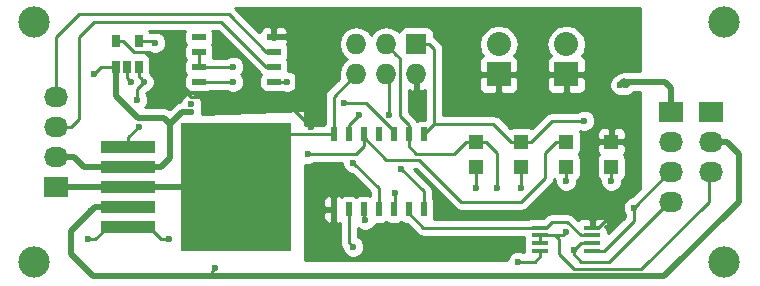
<source format=gtl>
G04 #@! TF.FileFunction,Copper,L1,Top,Signal*
%FSLAX46Y46*%
G04 Gerber Fmt 4.6, Leading zero omitted, Abs format (unit mm)*
G04 Created by KiCad (PCBNEW 4.0.1-stable) date 11/19/2016 2:54:23 PM*
%MOMM*%
G01*
G04 APERTURE LIST*
%ADD10C,0.100000*%
%ADD11R,1.143000X0.508000*%
%ADD12R,1.198880X1.198880*%
%ADD13R,2.032000X1.727200*%
%ADD14O,2.032000X1.727200*%
%ADD15R,1.727200X1.727200*%
%ADD16O,1.727200X1.727200*%
%ADD17R,2.032000X2.032000*%
%ADD18O,2.032000X2.032000*%
%ADD19R,1.450000X0.450000*%
%ADD20R,0.650000X1.060000*%
%ADD21R,0.508000X1.143000*%
%ADD22R,4.600000X1.100000*%
%ADD23R,9.400000X10.800000*%
%ADD24C,2.650000*%
%ADD25C,0.600000*%
%ADD26C,0.250000*%
%ADD27C,0.508000*%
%ADD28C,0.254000*%
G04 APERTURE END LIST*
D10*
D11*
X149225000Y-67310000D03*
X149225000Y-68580000D03*
X149225000Y-69850000D03*
X149225000Y-71120000D03*
X142875000Y-71120000D03*
X142875000Y-69850000D03*
X142875000Y-68580000D03*
X142875000Y-67310000D03*
D12*
X166370000Y-76200000D03*
X166370000Y-78298040D03*
X177800000Y-76200000D03*
X177800000Y-78298040D03*
X173990000Y-76200000D03*
X173990000Y-78298040D03*
X170180000Y-76200000D03*
X170180000Y-78298040D03*
D13*
X186207400Y-73660000D03*
D14*
X186207400Y-76200000D03*
X186207400Y-78740000D03*
D13*
X130810000Y-80010000D03*
D14*
X130810000Y-77470000D03*
X130810000Y-74930000D03*
X130810000Y-72390000D03*
D13*
X182880000Y-73660000D03*
D14*
X182880000Y-76200000D03*
X182880000Y-78740000D03*
X182880000Y-81280000D03*
D15*
X161290000Y-67945000D03*
D16*
X161290000Y-70485000D03*
X158750000Y-67945000D03*
X158750000Y-70485000D03*
X156210000Y-67945000D03*
X156210000Y-70485000D03*
D17*
X168275000Y-70485000D03*
D18*
X168275000Y-67945000D03*
D17*
X173990000Y-70485000D03*
D18*
X173990000Y-67945000D03*
D19*
X171790000Y-83480000D03*
X171790000Y-84130000D03*
X171790000Y-84780000D03*
X171790000Y-85430000D03*
X176190000Y-85430000D03*
X176190000Y-84780000D03*
X176190000Y-84130000D03*
X176190000Y-83480000D03*
D20*
X135890000Y-69850000D03*
X136840000Y-69850000D03*
X137790000Y-69850000D03*
X137790000Y-67650000D03*
X135890000Y-67650000D03*
D21*
X154305000Y-81915000D03*
X155575000Y-81915000D03*
X156845000Y-81915000D03*
X158115000Y-81915000D03*
X159385000Y-81915000D03*
X160655000Y-81915000D03*
X161925000Y-81915000D03*
X161925000Y-75565000D03*
X160655000Y-75565000D03*
X158115000Y-75565000D03*
X156845000Y-75565000D03*
X155575000Y-75565000D03*
X154305000Y-75565000D03*
X159385000Y-75565000D03*
D22*
X136900000Y-83410000D03*
X136900000Y-81710000D03*
X136900000Y-78310000D03*
D23*
X146050000Y-80010000D03*
D22*
X136900000Y-80010000D03*
X136900000Y-76610000D03*
D24*
X128905000Y-66040000D03*
X128905000Y-86360000D03*
X187325000Y-66040000D03*
X187325000Y-86360000D03*
D25*
X133985000Y-70485000D03*
X142240000Y-73025000D03*
X142240000Y-73660000D03*
X150368000Y-71120000D03*
X179070000Y-71374000D03*
X178562000Y-71374000D03*
X169926000Y-86360000D03*
X140335000Y-80010000D03*
X137160000Y-71120000D03*
X133760000Y-82042000D03*
X144272000Y-86868000D03*
X139192000Y-67818000D03*
X156972000Y-82804000D03*
X155956000Y-85090000D03*
X168148000Y-80146980D03*
X174625000Y-85370000D03*
X166370000Y-80146980D03*
X163829999Y-70485000D03*
X154432000Y-80518000D03*
X151130000Y-67310000D03*
X152400000Y-74930000D03*
X176530000Y-81915000D03*
X177800002Y-79502000D03*
X145796000Y-71120000D03*
X152146000Y-77216000D03*
X173989996Y-79502000D03*
X179705000Y-81762600D03*
X175514000Y-74422000D03*
X170180000Y-80146980D03*
X173990000Y-83820000D03*
X159004000Y-73914000D03*
X160020000Y-78486000D03*
X155956000Y-77978000D03*
X137795000Y-74930000D03*
X137668000Y-72644000D03*
X138248831Y-71132432D03*
X133469010Y-84455000D03*
X140335000Y-84455000D03*
X156464000Y-73914000D03*
X159512000Y-80518000D03*
X145796000Y-69849998D03*
X155194000Y-72898000D03*
D26*
X135890000Y-69850000D02*
X134620000Y-69850000D01*
X134620000Y-69850000D02*
X133985000Y-70485000D01*
D27*
X140454001Y-74688797D02*
X139941203Y-74175999D01*
X139941203Y-74175999D02*
X137762999Y-74175999D01*
X137762999Y-74175999D02*
X135890000Y-72303000D01*
X135890000Y-72303000D02*
X135890000Y-69850000D01*
X140454001Y-74688797D02*
X141482798Y-73660000D01*
X141482798Y-73660000D02*
X141815736Y-73660000D01*
X136900000Y-78310000D02*
X139708000Y-78310000D01*
X139708000Y-78310000D02*
X140454001Y-77563999D01*
X140454001Y-77563999D02*
X140454001Y-74688797D01*
X141815736Y-73660000D02*
X142240000Y-73660000D01*
X130810000Y-77470000D02*
X132334000Y-77470000D01*
X132334000Y-77470000D02*
X133174000Y-78310000D01*
X133174000Y-78310000D02*
X134092000Y-78310000D01*
X134092000Y-78310000D02*
X136900000Y-78310000D01*
D26*
X149225000Y-71120000D02*
X150368000Y-71120000D01*
D27*
X178861999Y-71074001D02*
X178907998Y-71120000D01*
X178907998Y-71120000D02*
X182372000Y-71120000D01*
X178562000Y-71374000D02*
X178861999Y-71074001D01*
X182880000Y-73660000D02*
X182880000Y-71628000D01*
X182880000Y-71628000D02*
X182372000Y-71120000D01*
X179324000Y-71120000D02*
X179070000Y-71374000D01*
X182372000Y-71120000D02*
X179324000Y-71120000D01*
D26*
X154305000Y-75565000D02*
X154305000Y-72390000D01*
X154305000Y-72390000D02*
X156210000Y-70485000D01*
X169926000Y-86360000D02*
X171335000Y-86360000D01*
X171335000Y-86360000D02*
X171790000Y-85905000D01*
X171790000Y-85905000D02*
X171790000Y-85430000D01*
D27*
X140335000Y-80010000D02*
X146050000Y-80010000D01*
X136900000Y-80010000D02*
X140335000Y-80010000D01*
X130810000Y-80010000D02*
X136900000Y-80010000D01*
D26*
X136840000Y-69850000D02*
X136840000Y-70800000D01*
X136840000Y-70800000D02*
X137160000Y-71120000D01*
X154305000Y-75565000D02*
X150495000Y-75565000D01*
X150495000Y-75565000D02*
X146050000Y-80010000D01*
D27*
X132080000Y-83722000D02*
X133760000Y-82042000D01*
X133760000Y-82042000D02*
X134092000Y-81710000D01*
X182300990Y-87574010D02*
X144018000Y-87574010D01*
X144018000Y-87574010D02*
X133929010Y-87574010D01*
D26*
X144272000Y-86868000D02*
X143972001Y-87167999D01*
X143972001Y-87167999D02*
X143972001Y-87528011D01*
X143972001Y-87528011D02*
X144018000Y-87574010D01*
D27*
X186055000Y-76200000D02*
X187579000Y-76200000D01*
X187579000Y-76200000D02*
X188595000Y-77216000D01*
X188595000Y-77216000D02*
X188595000Y-81280000D01*
X188595000Y-81280000D02*
X182300990Y-87574010D01*
X133929010Y-87574010D02*
X132080000Y-85725000D01*
X132080000Y-85725000D02*
X132080000Y-83722000D01*
X134092000Y-81710000D02*
X136900000Y-81710000D01*
X186055000Y-76200000D02*
X186207400Y-76200000D01*
D26*
X137790000Y-67650000D02*
X139024000Y-67650000D01*
X139024000Y-67650000D02*
X139192000Y-67818000D01*
X156912500Y-82804000D02*
X156972000Y-82804000D01*
X156845000Y-82736500D02*
X156912500Y-82804000D01*
X156845000Y-81915000D02*
X156845000Y-82736500D01*
X155956000Y-85090000D02*
X155575000Y-84709000D01*
X155575000Y-84709000D02*
X155575000Y-81915000D01*
X168148000Y-79722716D02*
X168148000Y-80146980D01*
X168148000Y-77128560D02*
X168148000Y-79722716D01*
X167219440Y-76200000D02*
X168148000Y-77128560D01*
X166370000Y-76200000D02*
X167219440Y-76200000D01*
X166370000Y-76200000D02*
X165520560Y-76200000D01*
X165520560Y-76200000D02*
X164504560Y-77216000D01*
X164504560Y-77216000D02*
X161290000Y-77216000D01*
X161290000Y-77216000D02*
X160655000Y-76581000D01*
X160655000Y-76581000D02*
X160655000Y-75565000D01*
X160655000Y-75565000D02*
X160655000Y-74743500D01*
X160655000Y-74743500D02*
X159938601Y-74027101D01*
X159938601Y-74027101D02*
X159938601Y-69133601D01*
X159938601Y-69133601D02*
X159613599Y-68808599D01*
X159613599Y-68808599D02*
X158750000Y-67945000D01*
X182727600Y-81280000D02*
X182880000Y-81280000D01*
X177647600Y-86360000D02*
X182727600Y-81280000D01*
X175260000Y-86360000D02*
X177647600Y-86360000D01*
X174625000Y-85725000D02*
X175260000Y-86360000D01*
X174625000Y-85370000D02*
X174625000Y-85725000D01*
X175215000Y-84780000D02*
X174625000Y-85370000D01*
X176190000Y-84780000D02*
X175215000Y-84780000D01*
X166370000Y-78298040D02*
X166370000Y-80146980D01*
X168275000Y-70485000D02*
X163829999Y-70485000D01*
X154305000Y-81915000D02*
X154305000Y-80645000D01*
X154305000Y-80645000D02*
X154432000Y-80518000D01*
X151130000Y-67310000D02*
X151130000Y-73660000D01*
X151130000Y-73660000D02*
X152400000Y-74930000D01*
X151130000Y-67310000D02*
X149225000Y-67310000D01*
X135890000Y-67650000D02*
X136465000Y-67650000D01*
X136465000Y-67650000D02*
X137395000Y-68580000D01*
X137395000Y-68580000D02*
X138450000Y-68580000D01*
X138450000Y-68580000D02*
X142260000Y-72390000D01*
X142260000Y-72390000D02*
X149860000Y-72390000D01*
X149860000Y-72390000D02*
X152400000Y-74930000D01*
X168275000Y-70485000D02*
X173990000Y-70485000D01*
X177800000Y-76200000D02*
X177800000Y-73029000D01*
X177800000Y-73029000D02*
X175256000Y-70485000D01*
X175256000Y-70485000D02*
X173990000Y-70485000D01*
X176690000Y-83480000D02*
X177620000Y-82550000D01*
X177620000Y-82550000D02*
X179705000Y-80465000D01*
X177165000Y-82550000D02*
X177620000Y-82550000D01*
X176530000Y-81915000D02*
X177165000Y-82550000D01*
X179705000Y-80465000D02*
X179705000Y-77255560D01*
X179705000Y-77255560D02*
X178649440Y-76200000D01*
X178649440Y-76200000D02*
X177800000Y-76200000D01*
X176190000Y-83480000D02*
X176690000Y-83480000D01*
X177800000Y-78298040D02*
X177800000Y-79501998D01*
X177800000Y-79501998D02*
X177800002Y-79502000D01*
X156845000Y-75565000D02*
X156845000Y-75819000D01*
X156845000Y-75819000D02*
X158750000Y-77724000D01*
X158750000Y-77724000D02*
X161544000Y-77724000D01*
X161544000Y-77724000D02*
X165100000Y-81280000D01*
X170180000Y-81280000D02*
X172212000Y-79248000D01*
X172212000Y-79248000D02*
X172212000Y-77128560D01*
X172212000Y-77128560D02*
X173140560Y-76200000D01*
X165100000Y-81280000D02*
X170180000Y-81280000D01*
X173140560Y-76200000D02*
X173990000Y-76200000D01*
X156845000Y-75565000D02*
X156845000Y-76581000D01*
X156845000Y-76581000D02*
X156210000Y-77216000D01*
X156210000Y-77216000D02*
X155334502Y-77216000D01*
X155334502Y-77216000D02*
X152146000Y-77216000D01*
X142875000Y-71120000D02*
X145796000Y-71120000D01*
X173990000Y-79501996D02*
X173989996Y-79502000D01*
X173990000Y-78298040D02*
X173990000Y-79501996D01*
X172807440Y-74422000D02*
X175514000Y-74422000D01*
X170180000Y-76200000D02*
X171029440Y-76200000D01*
X171029440Y-76200000D02*
X172807440Y-74422000D01*
X162814000Y-74676000D02*
X167806560Y-74676000D01*
X167806560Y-74676000D02*
X169330560Y-76200000D01*
X169330560Y-76200000D02*
X170180000Y-76200000D01*
X161925000Y-75565000D02*
X162814000Y-74676000D01*
X162814000Y-74676000D02*
X162814000Y-68355400D01*
X162814000Y-68355400D02*
X162403600Y-67945000D01*
X162403600Y-67945000D02*
X161290000Y-67945000D01*
X179705000Y-82890000D02*
X179705000Y-81762600D01*
X179705000Y-81762600D02*
X182727600Y-78740000D01*
X182727600Y-78740000D02*
X182880000Y-78740000D01*
X176190000Y-85430000D02*
X177165000Y-85430000D01*
X177165000Y-85430000D02*
X179705000Y-82890000D01*
X170180000Y-78298040D02*
X170180000Y-80146980D01*
X174625000Y-86995000D02*
X173355000Y-85725000D01*
X186055000Y-78740000D02*
X186055000Y-81280000D01*
X173355000Y-85725000D02*
X173355000Y-84455000D01*
X186055000Y-81280000D02*
X180340000Y-86995000D01*
X173355000Y-84455000D02*
X173030000Y-84130000D01*
X180340000Y-86995000D02*
X174625000Y-86995000D01*
X173030000Y-84130000D02*
X173680000Y-84130000D01*
X173680000Y-84130000D02*
X173990000Y-83820000D01*
X171790000Y-84130000D02*
X171790000Y-84780000D01*
X173030000Y-84130000D02*
X171790000Y-84130000D01*
X130810000Y-74930000D02*
X132076000Y-74930000D01*
X132076000Y-74930000D02*
X132715000Y-74291000D01*
X132715000Y-74291000D02*
X132715000Y-67310000D01*
X132715000Y-67310000D02*
X133985000Y-66040000D01*
X133985000Y-66040000D02*
X144780000Y-66040000D01*
X144780000Y-66040000D02*
X148590000Y-69850000D01*
X148590000Y-69850000D02*
X149225000Y-69850000D01*
X130810000Y-72390000D02*
X130810000Y-67310000D01*
X130810000Y-67310000D02*
X132715000Y-65405000D01*
X148590000Y-68580000D02*
X149225000Y-68580000D01*
X132715000Y-65405000D02*
X145415000Y-65405000D01*
X145415000Y-65405000D02*
X148590000Y-68580000D01*
X159004000Y-73914000D02*
X159004000Y-70739000D01*
X159004000Y-70739000D02*
X158750000Y-70485000D01*
X161925000Y-81915000D02*
X161925000Y-80391000D01*
X161925000Y-80391000D02*
X160020000Y-78486000D01*
X158115000Y-81915000D02*
X158115000Y-80137000D01*
X158115000Y-80137000D02*
X155956000Y-77978000D01*
X136900000Y-76610000D02*
X136900000Y-75810000D01*
X137780000Y-74930000D02*
X137795000Y-74930000D01*
X136900000Y-75810000D02*
X137780000Y-74930000D01*
X137668000Y-72644000D02*
X137668000Y-71713263D01*
X137668000Y-71713263D02*
X138248831Y-71132432D01*
X137948832Y-70832433D02*
X138248831Y-71132432D01*
X137790000Y-69850000D02*
X137790000Y-70673601D01*
X137790000Y-70673601D02*
X137948832Y-70832433D01*
X136900000Y-83410000D02*
X135150000Y-83410000D01*
X135150000Y-83410000D02*
X134105000Y-84455000D01*
X134105000Y-84455000D02*
X133469010Y-84455000D01*
X136900000Y-83410000D02*
X138650000Y-83410000D01*
X138650000Y-83410000D02*
X139695000Y-84455000D01*
X139695000Y-84455000D02*
X140335000Y-84455000D01*
X155575000Y-75565000D02*
X155575000Y-74803000D01*
X155575000Y-74803000D02*
X156464000Y-73914000D01*
X159512000Y-80518000D02*
X159512000Y-81788000D01*
X159512000Y-81788000D02*
X159385000Y-81915000D01*
X171790000Y-83480000D02*
X161902500Y-83480000D01*
X161902500Y-83480000D02*
X160655000Y-82232500D01*
X160655000Y-82232500D02*
X160655000Y-81915000D01*
X176190000Y-84130000D02*
X175215000Y-84130000D01*
X175215000Y-84130000D02*
X174090000Y-83005000D01*
X174090000Y-83005000D02*
X172765000Y-83005000D01*
X172765000Y-83005000D02*
X172290000Y-83480000D01*
X172290000Y-83480000D02*
X171790000Y-83480000D01*
X142875000Y-69850000D02*
X145795998Y-69850000D01*
X145795998Y-69850000D02*
X145796000Y-69849998D01*
X142875000Y-68580000D02*
X142875000Y-69850000D01*
X159385000Y-75565000D02*
X159385000Y-75247500D01*
X159385000Y-75247500D02*
X157035500Y-72898000D01*
X157035500Y-72898000D02*
X155194000Y-72898000D01*
D28*
G36*
X155020838Y-78163167D02*
X155162883Y-78506943D01*
X155425673Y-78770192D01*
X155769201Y-78912838D01*
X155816077Y-78912879D01*
X157355000Y-80451802D01*
X157355000Y-80749877D01*
X157350890Y-80747069D01*
X157099000Y-80696060D01*
X156591000Y-80696060D01*
X156355683Y-80740338D01*
X156209093Y-80834666D01*
X156080890Y-80747069D01*
X155829000Y-80696060D01*
X155321000Y-80696060D01*
X155085683Y-80740338D01*
X154944629Y-80831104D01*
X154918698Y-80805173D01*
X154685309Y-80708500D01*
X154590750Y-80708500D01*
X154432000Y-80867250D01*
X154432000Y-81788000D01*
X154452000Y-81788000D01*
X154452000Y-82042000D01*
X154432000Y-82042000D01*
X154432000Y-82962750D01*
X154590750Y-83121500D01*
X154685309Y-83121500D01*
X154815000Y-83067780D01*
X154815000Y-84709000D01*
X154872852Y-84999839D01*
X155020885Y-85221386D01*
X155020838Y-85275167D01*
X155162883Y-85618943D01*
X155425673Y-85882192D01*
X155769201Y-86024838D01*
X156141167Y-86025162D01*
X156484943Y-85883117D01*
X156748192Y-85620327D01*
X156890838Y-85276799D01*
X156891162Y-84904833D01*
X156749117Y-84561057D01*
X156486327Y-84297808D01*
X156335000Y-84234971D01*
X156335000Y-83489333D01*
X156441673Y-83596192D01*
X156785201Y-83738838D01*
X157157167Y-83739162D01*
X157500943Y-83597117D01*
X157764192Y-83334327D01*
X157848455Y-83131400D01*
X157861000Y-83133940D01*
X158369000Y-83133940D01*
X158604317Y-83089662D01*
X158750907Y-82995334D01*
X158879110Y-83082931D01*
X159131000Y-83133940D01*
X159639000Y-83133940D01*
X159874317Y-83089662D01*
X160020907Y-82995334D01*
X160149110Y-83082931D01*
X160401000Y-83133940D01*
X160481638Y-83133940D01*
X161365099Y-84017401D01*
X161611660Y-84182148D01*
X161659914Y-84191746D01*
X161902500Y-84240000D01*
X170417560Y-84240000D01*
X170417560Y-84355000D01*
X170437067Y-84458671D01*
X170417560Y-84555000D01*
X170417560Y-85005000D01*
X170437067Y-85108671D01*
X170417560Y-85205000D01*
X170417560Y-85551710D01*
X170112799Y-85425162D01*
X169740833Y-85424838D01*
X169397057Y-85566883D01*
X169133808Y-85829673D01*
X168991162Y-86173201D01*
X168991110Y-86233000D01*
X151892000Y-86233000D01*
X151892000Y-82200750D01*
X153416000Y-82200750D01*
X153416000Y-82612810D01*
X153512673Y-82846199D01*
X153691302Y-83024827D01*
X153924691Y-83121500D01*
X154019250Y-83121500D01*
X154178000Y-82962750D01*
X154178000Y-82042000D01*
X153574750Y-82042000D01*
X153416000Y-82200750D01*
X151892000Y-82200750D01*
X151892000Y-81217190D01*
X153416000Y-81217190D01*
X153416000Y-81629250D01*
X153574750Y-81788000D01*
X154178000Y-81788000D01*
X154178000Y-80867250D01*
X154019250Y-80708500D01*
X153924691Y-80708500D01*
X153691302Y-80805173D01*
X153512673Y-80983801D01*
X153416000Y-81217190D01*
X151892000Y-81217190D01*
X151892000Y-78122934D01*
X151959201Y-78150838D01*
X152331167Y-78151162D01*
X152674943Y-78009117D01*
X152708118Y-77976000D01*
X155021001Y-77976000D01*
X155020838Y-78163167D01*
X155020838Y-78163167D01*
G37*
X155020838Y-78163167D02*
X155162883Y-78506943D01*
X155425673Y-78770192D01*
X155769201Y-78912838D01*
X155816077Y-78912879D01*
X157355000Y-80451802D01*
X157355000Y-80749877D01*
X157350890Y-80747069D01*
X157099000Y-80696060D01*
X156591000Y-80696060D01*
X156355683Y-80740338D01*
X156209093Y-80834666D01*
X156080890Y-80747069D01*
X155829000Y-80696060D01*
X155321000Y-80696060D01*
X155085683Y-80740338D01*
X154944629Y-80831104D01*
X154918698Y-80805173D01*
X154685309Y-80708500D01*
X154590750Y-80708500D01*
X154432000Y-80867250D01*
X154432000Y-81788000D01*
X154452000Y-81788000D01*
X154452000Y-82042000D01*
X154432000Y-82042000D01*
X154432000Y-82962750D01*
X154590750Y-83121500D01*
X154685309Y-83121500D01*
X154815000Y-83067780D01*
X154815000Y-84709000D01*
X154872852Y-84999839D01*
X155020885Y-85221386D01*
X155020838Y-85275167D01*
X155162883Y-85618943D01*
X155425673Y-85882192D01*
X155769201Y-86024838D01*
X156141167Y-86025162D01*
X156484943Y-85883117D01*
X156748192Y-85620327D01*
X156890838Y-85276799D01*
X156891162Y-84904833D01*
X156749117Y-84561057D01*
X156486327Y-84297808D01*
X156335000Y-84234971D01*
X156335000Y-83489333D01*
X156441673Y-83596192D01*
X156785201Y-83738838D01*
X157157167Y-83739162D01*
X157500943Y-83597117D01*
X157764192Y-83334327D01*
X157848455Y-83131400D01*
X157861000Y-83133940D01*
X158369000Y-83133940D01*
X158604317Y-83089662D01*
X158750907Y-82995334D01*
X158879110Y-83082931D01*
X159131000Y-83133940D01*
X159639000Y-83133940D01*
X159874317Y-83089662D01*
X160020907Y-82995334D01*
X160149110Y-83082931D01*
X160401000Y-83133940D01*
X160481638Y-83133940D01*
X161365099Y-84017401D01*
X161611660Y-84182148D01*
X161659914Y-84191746D01*
X161902500Y-84240000D01*
X170417560Y-84240000D01*
X170417560Y-84355000D01*
X170437067Y-84458671D01*
X170417560Y-84555000D01*
X170417560Y-85005000D01*
X170437067Y-85108671D01*
X170417560Y-85205000D01*
X170417560Y-85551710D01*
X170112799Y-85425162D01*
X169740833Y-85424838D01*
X169397057Y-85566883D01*
X169133808Y-85829673D01*
X168991162Y-86173201D01*
X168991110Y-86233000D01*
X151892000Y-86233000D01*
X151892000Y-82200750D01*
X153416000Y-82200750D01*
X153416000Y-82612810D01*
X153512673Y-82846199D01*
X153691302Y-83024827D01*
X153924691Y-83121500D01*
X154019250Y-83121500D01*
X154178000Y-82962750D01*
X154178000Y-82042000D01*
X153574750Y-82042000D01*
X153416000Y-82200750D01*
X151892000Y-82200750D01*
X151892000Y-81217190D01*
X153416000Y-81217190D01*
X153416000Y-81629250D01*
X153574750Y-81788000D01*
X154178000Y-81788000D01*
X154178000Y-80867250D01*
X154019250Y-80708500D01*
X153924691Y-80708500D01*
X153691302Y-80805173D01*
X153512673Y-80983801D01*
X153416000Y-81217190D01*
X151892000Y-81217190D01*
X151892000Y-78122934D01*
X151959201Y-78150838D01*
X152331167Y-78151162D01*
X152674943Y-78009117D01*
X152708118Y-77976000D01*
X155021001Y-77976000D01*
X155020838Y-78163167D01*
G36*
X180213000Y-70231000D02*
X179093256Y-70231000D01*
X178861999Y-70185001D01*
X178521794Y-70252671D01*
X178233381Y-70445383D01*
X178143526Y-70535238D01*
X178033057Y-70580883D01*
X177769808Y-70843673D01*
X177627162Y-71187201D01*
X177626838Y-71559167D01*
X177768883Y-71902943D01*
X178031673Y-72166192D01*
X178375201Y-72308838D01*
X178747167Y-72309162D01*
X178815743Y-72280827D01*
X178883201Y-72308838D01*
X179255167Y-72309162D01*
X179598943Y-72167117D01*
X179757336Y-72009000D01*
X180213000Y-72009000D01*
X180213000Y-80179798D01*
X179565320Y-80827478D01*
X179519833Y-80827438D01*
X179176057Y-80969483D01*
X178912808Y-81232273D01*
X178770162Y-81575801D01*
X178769838Y-81947767D01*
X178911883Y-82291543D01*
X178945000Y-82324718D01*
X178945000Y-82575198D01*
X177562440Y-83957758D01*
X177562440Y-83905000D01*
X177549020Y-83833677D01*
X177550000Y-83831310D01*
X177550000Y-83751250D01*
X177529688Y-83730938D01*
X177518162Y-83669683D01*
X177379090Y-83453559D01*
X177253138Y-83367500D01*
X177391250Y-83367500D01*
X177550000Y-83208750D01*
X177550000Y-83128690D01*
X177453327Y-82895301D01*
X177274698Y-82716673D01*
X177041309Y-82620000D01*
X176475750Y-82620000D01*
X176317000Y-82778750D01*
X176317000Y-83257560D01*
X176063000Y-83257560D01*
X176063000Y-82778750D01*
X175904250Y-82620000D01*
X175338691Y-82620000D01*
X175105302Y-82716673D01*
X174990888Y-82831086D01*
X174627401Y-82467599D01*
X174380839Y-82302852D01*
X174090000Y-82245000D01*
X172765000Y-82245000D01*
X172531015Y-82291543D01*
X172474160Y-82302852D01*
X172227599Y-82467599D01*
X172087638Y-82607560D01*
X171065000Y-82607560D01*
X170829683Y-82651838D01*
X170723756Y-82720000D01*
X162779155Y-82720000D01*
X162826440Y-82486500D01*
X162826440Y-81343500D01*
X162782162Y-81108183D01*
X162685000Y-80957189D01*
X162685000Y-80391000D01*
X162627148Y-80100161D01*
X162462401Y-79853599D01*
X161092802Y-78484000D01*
X161229198Y-78484000D01*
X164562599Y-81817401D01*
X164809160Y-81982148D01*
X164857414Y-81991746D01*
X165100000Y-82040000D01*
X170180000Y-82040000D01*
X170470839Y-81982148D01*
X170717401Y-81817401D01*
X172749401Y-79785401D01*
X172914148Y-79538839D01*
X172948880Y-79364233D01*
X173055052Y-79436777D01*
X173054834Y-79687167D01*
X173196879Y-80030943D01*
X173459669Y-80294192D01*
X173803197Y-80436838D01*
X174175163Y-80437162D01*
X174518939Y-80295117D01*
X174782188Y-80032327D01*
X174924834Y-79688799D01*
X174925054Y-79436103D01*
X175040881Y-79361570D01*
X175185871Y-79149370D01*
X175236880Y-78897480D01*
X175236880Y-77698600D01*
X176553120Y-77698600D01*
X176553120Y-78897480D01*
X176597398Y-79132797D01*
X176736470Y-79348921D01*
X176865058Y-79436781D01*
X176864840Y-79687167D01*
X177006885Y-80030943D01*
X177269675Y-80294192D01*
X177613203Y-80436838D01*
X177985169Y-80437162D01*
X178328945Y-80295117D01*
X178592194Y-80032327D01*
X178734840Y-79688799D01*
X178735060Y-79436099D01*
X178850881Y-79361570D01*
X178995871Y-79149370D01*
X179046880Y-78897480D01*
X179046880Y-77698600D01*
X179002602Y-77463283D01*
X178863530Y-77247159D01*
X178855341Y-77241564D01*
X178937767Y-77159138D01*
X179034440Y-76925749D01*
X179034440Y-76485750D01*
X178875690Y-76327000D01*
X177927000Y-76327000D01*
X177927000Y-76347000D01*
X177673000Y-76347000D01*
X177673000Y-76327000D01*
X176724310Y-76327000D01*
X176565560Y-76485750D01*
X176565560Y-76925749D01*
X176662233Y-77159138D01*
X176744445Y-77241351D01*
X176604129Y-77446710D01*
X176553120Y-77698600D01*
X175236880Y-77698600D01*
X175192602Y-77463283D01*
X175053530Y-77247159D01*
X175052533Y-77246477D01*
X175185871Y-77051330D01*
X175236880Y-76799440D01*
X175236880Y-75600560D01*
X175213114Y-75474251D01*
X176565560Y-75474251D01*
X176565560Y-75914250D01*
X176724310Y-76073000D01*
X177673000Y-76073000D01*
X177673000Y-75124310D01*
X177927000Y-75124310D01*
X177927000Y-76073000D01*
X178875690Y-76073000D01*
X179034440Y-75914250D01*
X179034440Y-75474251D01*
X178937767Y-75240862D01*
X178759139Y-75062233D01*
X178525750Y-74965560D01*
X178085750Y-74965560D01*
X177927000Y-75124310D01*
X177673000Y-75124310D01*
X177514250Y-74965560D01*
X177074250Y-74965560D01*
X176840861Y-75062233D01*
X176662233Y-75240862D01*
X176565560Y-75474251D01*
X175213114Y-75474251D01*
X175192602Y-75365243D01*
X175136143Y-75277503D01*
X175327201Y-75356838D01*
X175699167Y-75357162D01*
X176042943Y-75215117D01*
X176306192Y-74952327D01*
X176448838Y-74608799D01*
X176449162Y-74236833D01*
X176307117Y-73893057D01*
X176044327Y-73629808D01*
X175700799Y-73487162D01*
X175328833Y-73486838D01*
X174985057Y-73628883D01*
X174951882Y-73662000D01*
X172807440Y-73662000D01*
X172516601Y-73719852D01*
X172270039Y-73884599D01*
X171102132Y-75052506D01*
X171031330Y-75004129D01*
X170779440Y-74953120D01*
X169580560Y-74953120D01*
X169345243Y-74997398D01*
X169258547Y-75053185D01*
X168343961Y-74138599D01*
X168097399Y-73973852D01*
X167806560Y-73916000D01*
X163574000Y-73916000D01*
X163574000Y-70770750D01*
X166624000Y-70770750D01*
X166624000Y-71627310D01*
X166720673Y-71860699D01*
X166899302Y-72039327D01*
X167132691Y-72136000D01*
X167989250Y-72136000D01*
X168148000Y-71977250D01*
X168148000Y-70612000D01*
X168402000Y-70612000D01*
X168402000Y-71977250D01*
X168560750Y-72136000D01*
X169417309Y-72136000D01*
X169650698Y-72039327D01*
X169829327Y-71860699D01*
X169926000Y-71627310D01*
X169926000Y-70770750D01*
X172339000Y-70770750D01*
X172339000Y-71627310D01*
X172435673Y-71860699D01*
X172614302Y-72039327D01*
X172847691Y-72136000D01*
X173704250Y-72136000D01*
X173863000Y-71977250D01*
X173863000Y-70612000D01*
X174117000Y-70612000D01*
X174117000Y-71977250D01*
X174275750Y-72136000D01*
X175132309Y-72136000D01*
X175365698Y-72039327D01*
X175544327Y-71860699D01*
X175641000Y-71627310D01*
X175641000Y-70770750D01*
X175482250Y-70612000D01*
X174117000Y-70612000D01*
X173863000Y-70612000D01*
X172497750Y-70612000D01*
X172339000Y-70770750D01*
X169926000Y-70770750D01*
X169767250Y-70612000D01*
X168402000Y-70612000D01*
X168148000Y-70612000D01*
X166782750Y-70612000D01*
X166624000Y-70770750D01*
X163574000Y-70770750D01*
X163574000Y-68355400D01*
X163540583Y-68187401D01*
X163516148Y-68064560D01*
X163436261Y-67945000D01*
X166591655Y-67945000D01*
X166717330Y-68576810D01*
X166941966Y-68913001D01*
X166899302Y-68930673D01*
X166720673Y-69109301D01*
X166624000Y-69342690D01*
X166624000Y-70199250D01*
X166782750Y-70358000D01*
X168148000Y-70358000D01*
X168148000Y-70338000D01*
X168402000Y-70338000D01*
X168402000Y-70358000D01*
X169767250Y-70358000D01*
X169926000Y-70199250D01*
X169926000Y-69342690D01*
X169829327Y-69109301D01*
X169650698Y-68930673D01*
X169608034Y-68913001D01*
X169832670Y-68576810D01*
X169958345Y-67945000D01*
X172306655Y-67945000D01*
X172432330Y-68576810D01*
X172656966Y-68913001D01*
X172614302Y-68930673D01*
X172435673Y-69109301D01*
X172339000Y-69342690D01*
X172339000Y-70199250D01*
X172497750Y-70358000D01*
X173863000Y-70358000D01*
X173863000Y-70338000D01*
X174117000Y-70338000D01*
X174117000Y-70358000D01*
X175482250Y-70358000D01*
X175641000Y-70199250D01*
X175641000Y-69342690D01*
X175544327Y-69109301D01*
X175365698Y-68930673D01*
X175323034Y-68913001D01*
X175547670Y-68576810D01*
X175673345Y-67945000D01*
X175547670Y-67313190D01*
X175189778Y-66777567D01*
X174654155Y-66419675D01*
X174022345Y-66294000D01*
X173957655Y-66294000D01*
X173325845Y-66419675D01*
X172790222Y-66777567D01*
X172432330Y-67313190D01*
X172306655Y-67945000D01*
X169958345Y-67945000D01*
X169832670Y-67313190D01*
X169474778Y-66777567D01*
X168939155Y-66419675D01*
X168307345Y-66294000D01*
X168242655Y-66294000D01*
X167610845Y-66419675D01*
X167075222Y-66777567D01*
X166717330Y-67313190D01*
X166591655Y-67945000D01*
X163436261Y-67945000D01*
X163351401Y-67817999D01*
X162941001Y-67407599D01*
X162801040Y-67314080D01*
X162801040Y-67081400D01*
X162756762Y-66846083D01*
X162617690Y-66629959D01*
X162405490Y-66484969D01*
X162153600Y-66433960D01*
X160426400Y-66433960D01*
X160191083Y-66478238D01*
X159974959Y-66617310D01*
X159829969Y-66829510D01*
X159821136Y-66873131D01*
X159809670Y-66855971D01*
X159323489Y-66531115D01*
X158750000Y-66417041D01*
X158176511Y-66531115D01*
X157690330Y-66855971D01*
X157480000Y-67170752D01*
X157269670Y-66855971D01*
X156783489Y-66531115D01*
X156210000Y-66417041D01*
X155636511Y-66531115D01*
X155150330Y-66855971D01*
X154825474Y-67342152D01*
X154711400Y-67915641D01*
X154711400Y-67974359D01*
X154825474Y-68547848D01*
X155150330Y-69034029D01*
X155421172Y-69215000D01*
X155150330Y-69395971D01*
X154825474Y-69882152D01*
X154711400Y-70455641D01*
X154711400Y-70514359D01*
X154776842Y-70843356D01*
X153767599Y-71852599D01*
X153602852Y-72099161D01*
X153545000Y-72390000D01*
X153545000Y-74609260D01*
X153454569Y-74741610D01*
X153441732Y-74805000D01*
X151892000Y-74805000D01*
X151892000Y-73660000D01*
X151881994Y-73610590D01*
X151853553Y-73568965D01*
X151811159Y-73541685D01*
X151760119Y-73533094D01*
X143167876Y-73863565D01*
X143174838Y-73846799D01*
X143175162Y-73474833D01*
X143120524Y-73342600D01*
X143174838Y-73211799D01*
X143175162Y-72839833D01*
X143033117Y-72496057D01*
X142770327Y-72232808D01*
X142426799Y-72090162D01*
X142054833Y-72089838D01*
X141711057Y-72231883D01*
X141447808Y-72494673D01*
X141319586Y-72803464D01*
X141142593Y-72838670D01*
X140854180Y-73031382D01*
X140430963Y-73454599D01*
X140391644Y-73428327D01*
X140281409Y-73354670D01*
X139941203Y-73286999D01*
X138347323Y-73286999D01*
X138460192Y-73174327D01*
X138602838Y-72830799D01*
X138603162Y-72458833D01*
X138461117Y-72115057D01*
X138428000Y-72081882D01*
X138428000Y-72067589D01*
X138433998Y-72067594D01*
X138777774Y-71925549D01*
X139041023Y-71662759D01*
X139183669Y-71319231D01*
X139183993Y-70947265D01*
X139041948Y-70603489D01*
X138779158Y-70340240D01*
X138762440Y-70333298D01*
X138762440Y-69320000D01*
X138718162Y-69084683D01*
X138579090Y-68868559D01*
X138403768Y-68748767D01*
X138566441Y-68644090D01*
X138618888Y-68567332D01*
X138661673Y-68610192D01*
X139005201Y-68752838D01*
X139377167Y-68753162D01*
X139720943Y-68611117D01*
X139984192Y-68348327D01*
X140126838Y-68004799D01*
X140127162Y-67632833D01*
X139985117Y-67289057D01*
X139722327Y-67025808D01*
X139378799Y-66883162D01*
X139006833Y-66882838D01*
X138989500Y-66890000D01*
X138719162Y-66890000D01*
X138718162Y-66884683D01*
X138663670Y-66800000D01*
X141709877Y-66800000D01*
X141707069Y-66804110D01*
X141656060Y-67056000D01*
X141656060Y-67564000D01*
X141700338Y-67799317D01*
X141794666Y-67945907D01*
X141707069Y-68074110D01*
X141656060Y-68326000D01*
X141656060Y-68834000D01*
X141700338Y-69069317D01*
X141794666Y-69215907D01*
X141707069Y-69344110D01*
X141656060Y-69596000D01*
X141656060Y-70104000D01*
X141700338Y-70339317D01*
X141794666Y-70485907D01*
X141707069Y-70614110D01*
X141656060Y-70866000D01*
X141656060Y-71374000D01*
X141700338Y-71609317D01*
X141839410Y-71825441D01*
X142051610Y-71970431D01*
X142303500Y-72021440D01*
X143446500Y-72021440D01*
X143681817Y-71977162D01*
X143832811Y-71880000D01*
X145233537Y-71880000D01*
X145265673Y-71912192D01*
X145609201Y-72054838D01*
X145981167Y-72055162D01*
X146324943Y-71913117D01*
X146588192Y-71650327D01*
X146730838Y-71306799D01*
X146731162Y-70934833D01*
X146589117Y-70591057D01*
X146483289Y-70485045D01*
X146588192Y-70380325D01*
X146730838Y-70036797D01*
X146731162Y-69664831D01*
X146589117Y-69321055D01*
X146326327Y-69057806D01*
X145982799Y-68915160D01*
X145610833Y-68914836D01*
X145267057Y-69056881D01*
X145233880Y-69090000D01*
X144040123Y-69090000D01*
X144042931Y-69085890D01*
X144093940Y-68834000D01*
X144093940Y-68326000D01*
X144049662Y-68090683D01*
X143955334Y-67944093D01*
X144042931Y-67815890D01*
X144093940Y-67564000D01*
X144093940Y-67056000D01*
X144049662Y-66820683D01*
X144036353Y-66800000D01*
X144465198Y-66800000D01*
X148052599Y-70387401D01*
X148102912Y-70421019D01*
X148144666Y-70485907D01*
X148057069Y-70614110D01*
X148006060Y-70866000D01*
X148006060Y-71374000D01*
X148050338Y-71609317D01*
X148189410Y-71825441D01*
X148401610Y-71970431D01*
X148653500Y-72021440D01*
X149796500Y-72021440D01*
X150005887Y-71982041D01*
X150181201Y-72054838D01*
X150553167Y-72055162D01*
X150896943Y-71913117D01*
X151160192Y-71650327D01*
X151302838Y-71306799D01*
X151303162Y-70934833D01*
X151161117Y-70591057D01*
X150898327Y-70327808D01*
X150554799Y-70185162D01*
X150427527Y-70185051D01*
X150443940Y-70104000D01*
X150443940Y-69596000D01*
X150399662Y-69360683D01*
X150305334Y-69214093D01*
X150392931Y-69085890D01*
X150443940Y-68834000D01*
X150443940Y-68326000D01*
X150399662Y-68090683D01*
X150308896Y-67949629D01*
X150334827Y-67923698D01*
X150431500Y-67690309D01*
X150431500Y-67595750D01*
X150272750Y-67437000D01*
X149352000Y-67437000D01*
X149352000Y-67457000D01*
X149098000Y-67457000D01*
X149098000Y-67437000D01*
X149078000Y-67437000D01*
X149078000Y-67183000D01*
X149098000Y-67183000D01*
X149098000Y-66579750D01*
X149352000Y-66579750D01*
X149352000Y-67183000D01*
X150272750Y-67183000D01*
X150431500Y-67024250D01*
X150431500Y-66929691D01*
X150334827Y-66696302D01*
X150156199Y-66517673D01*
X149922810Y-66421000D01*
X149510750Y-66421000D01*
X149352000Y-66579750D01*
X149098000Y-66579750D01*
X148939250Y-66421000D01*
X148527190Y-66421000D01*
X148293801Y-66517673D01*
X148115173Y-66696302D01*
X148018500Y-66929691D01*
X148018500Y-66933698D01*
X145981802Y-64897000D01*
X180213000Y-64897000D01*
X180213000Y-70231000D01*
X180213000Y-70231000D01*
G37*
X180213000Y-70231000D02*
X179093256Y-70231000D01*
X178861999Y-70185001D01*
X178521794Y-70252671D01*
X178233381Y-70445383D01*
X178143526Y-70535238D01*
X178033057Y-70580883D01*
X177769808Y-70843673D01*
X177627162Y-71187201D01*
X177626838Y-71559167D01*
X177768883Y-71902943D01*
X178031673Y-72166192D01*
X178375201Y-72308838D01*
X178747167Y-72309162D01*
X178815743Y-72280827D01*
X178883201Y-72308838D01*
X179255167Y-72309162D01*
X179598943Y-72167117D01*
X179757336Y-72009000D01*
X180213000Y-72009000D01*
X180213000Y-80179798D01*
X179565320Y-80827478D01*
X179519833Y-80827438D01*
X179176057Y-80969483D01*
X178912808Y-81232273D01*
X178770162Y-81575801D01*
X178769838Y-81947767D01*
X178911883Y-82291543D01*
X178945000Y-82324718D01*
X178945000Y-82575198D01*
X177562440Y-83957758D01*
X177562440Y-83905000D01*
X177549020Y-83833677D01*
X177550000Y-83831310D01*
X177550000Y-83751250D01*
X177529688Y-83730938D01*
X177518162Y-83669683D01*
X177379090Y-83453559D01*
X177253138Y-83367500D01*
X177391250Y-83367500D01*
X177550000Y-83208750D01*
X177550000Y-83128690D01*
X177453327Y-82895301D01*
X177274698Y-82716673D01*
X177041309Y-82620000D01*
X176475750Y-82620000D01*
X176317000Y-82778750D01*
X176317000Y-83257560D01*
X176063000Y-83257560D01*
X176063000Y-82778750D01*
X175904250Y-82620000D01*
X175338691Y-82620000D01*
X175105302Y-82716673D01*
X174990888Y-82831086D01*
X174627401Y-82467599D01*
X174380839Y-82302852D01*
X174090000Y-82245000D01*
X172765000Y-82245000D01*
X172531015Y-82291543D01*
X172474160Y-82302852D01*
X172227599Y-82467599D01*
X172087638Y-82607560D01*
X171065000Y-82607560D01*
X170829683Y-82651838D01*
X170723756Y-82720000D01*
X162779155Y-82720000D01*
X162826440Y-82486500D01*
X162826440Y-81343500D01*
X162782162Y-81108183D01*
X162685000Y-80957189D01*
X162685000Y-80391000D01*
X162627148Y-80100161D01*
X162462401Y-79853599D01*
X161092802Y-78484000D01*
X161229198Y-78484000D01*
X164562599Y-81817401D01*
X164809160Y-81982148D01*
X164857414Y-81991746D01*
X165100000Y-82040000D01*
X170180000Y-82040000D01*
X170470839Y-81982148D01*
X170717401Y-81817401D01*
X172749401Y-79785401D01*
X172914148Y-79538839D01*
X172948880Y-79364233D01*
X173055052Y-79436777D01*
X173054834Y-79687167D01*
X173196879Y-80030943D01*
X173459669Y-80294192D01*
X173803197Y-80436838D01*
X174175163Y-80437162D01*
X174518939Y-80295117D01*
X174782188Y-80032327D01*
X174924834Y-79688799D01*
X174925054Y-79436103D01*
X175040881Y-79361570D01*
X175185871Y-79149370D01*
X175236880Y-78897480D01*
X175236880Y-77698600D01*
X176553120Y-77698600D01*
X176553120Y-78897480D01*
X176597398Y-79132797D01*
X176736470Y-79348921D01*
X176865058Y-79436781D01*
X176864840Y-79687167D01*
X177006885Y-80030943D01*
X177269675Y-80294192D01*
X177613203Y-80436838D01*
X177985169Y-80437162D01*
X178328945Y-80295117D01*
X178592194Y-80032327D01*
X178734840Y-79688799D01*
X178735060Y-79436099D01*
X178850881Y-79361570D01*
X178995871Y-79149370D01*
X179046880Y-78897480D01*
X179046880Y-77698600D01*
X179002602Y-77463283D01*
X178863530Y-77247159D01*
X178855341Y-77241564D01*
X178937767Y-77159138D01*
X179034440Y-76925749D01*
X179034440Y-76485750D01*
X178875690Y-76327000D01*
X177927000Y-76327000D01*
X177927000Y-76347000D01*
X177673000Y-76347000D01*
X177673000Y-76327000D01*
X176724310Y-76327000D01*
X176565560Y-76485750D01*
X176565560Y-76925749D01*
X176662233Y-77159138D01*
X176744445Y-77241351D01*
X176604129Y-77446710D01*
X176553120Y-77698600D01*
X175236880Y-77698600D01*
X175192602Y-77463283D01*
X175053530Y-77247159D01*
X175052533Y-77246477D01*
X175185871Y-77051330D01*
X175236880Y-76799440D01*
X175236880Y-75600560D01*
X175213114Y-75474251D01*
X176565560Y-75474251D01*
X176565560Y-75914250D01*
X176724310Y-76073000D01*
X177673000Y-76073000D01*
X177673000Y-75124310D01*
X177927000Y-75124310D01*
X177927000Y-76073000D01*
X178875690Y-76073000D01*
X179034440Y-75914250D01*
X179034440Y-75474251D01*
X178937767Y-75240862D01*
X178759139Y-75062233D01*
X178525750Y-74965560D01*
X178085750Y-74965560D01*
X177927000Y-75124310D01*
X177673000Y-75124310D01*
X177514250Y-74965560D01*
X177074250Y-74965560D01*
X176840861Y-75062233D01*
X176662233Y-75240862D01*
X176565560Y-75474251D01*
X175213114Y-75474251D01*
X175192602Y-75365243D01*
X175136143Y-75277503D01*
X175327201Y-75356838D01*
X175699167Y-75357162D01*
X176042943Y-75215117D01*
X176306192Y-74952327D01*
X176448838Y-74608799D01*
X176449162Y-74236833D01*
X176307117Y-73893057D01*
X176044327Y-73629808D01*
X175700799Y-73487162D01*
X175328833Y-73486838D01*
X174985057Y-73628883D01*
X174951882Y-73662000D01*
X172807440Y-73662000D01*
X172516601Y-73719852D01*
X172270039Y-73884599D01*
X171102132Y-75052506D01*
X171031330Y-75004129D01*
X170779440Y-74953120D01*
X169580560Y-74953120D01*
X169345243Y-74997398D01*
X169258547Y-75053185D01*
X168343961Y-74138599D01*
X168097399Y-73973852D01*
X167806560Y-73916000D01*
X163574000Y-73916000D01*
X163574000Y-70770750D01*
X166624000Y-70770750D01*
X166624000Y-71627310D01*
X166720673Y-71860699D01*
X166899302Y-72039327D01*
X167132691Y-72136000D01*
X167989250Y-72136000D01*
X168148000Y-71977250D01*
X168148000Y-70612000D01*
X168402000Y-70612000D01*
X168402000Y-71977250D01*
X168560750Y-72136000D01*
X169417309Y-72136000D01*
X169650698Y-72039327D01*
X169829327Y-71860699D01*
X169926000Y-71627310D01*
X169926000Y-70770750D01*
X172339000Y-70770750D01*
X172339000Y-71627310D01*
X172435673Y-71860699D01*
X172614302Y-72039327D01*
X172847691Y-72136000D01*
X173704250Y-72136000D01*
X173863000Y-71977250D01*
X173863000Y-70612000D01*
X174117000Y-70612000D01*
X174117000Y-71977250D01*
X174275750Y-72136000D01*
X175132309Y-72136000D01*
X175365698Y-72039327D01*
X175544327Y-71860699D01*
X175641000Y-71627310D01*
X175641000Y-70770750D01*
X175482250Y-70612000D01*
X174117000Y-70612000D01*
X173863000Y-70612000D01*
X172497750Y-70612000D01*
X172339000Y-70770750D01*
X169926000Y-70770750D01*
X169767250Y-70612000D01*
X168402000Y-70612000D01*
X168148000Y-70612000D01*
X166782750Y-70612000D01*
X166624000Y-70770750D01*
X163574000Y-70770750D01*
X163574000Y-68355400D01*
X163540583Y-68187401D01*
X163516148Y-68064560D01*
X163436261Y-67945000D01*
X166591655Y-67945000D01*
X166717330Y-68576810D01*
X166941966Y-68913001D01*
X166899302Y-68930673D01*
X166720673Y-69109301D01*
X166624000Y-69342690D01*
X166624000Y-70199250D01*
X166782750Y-70358000D01*
X168148000Y-70358000D01*
X168148000Y-70338000D01*
X168402000Y-70338000D01*
X168402000Y-70358000D01*
X169767250Y-70358000D01*
X169926000Y-70199250D01*
X169926000Y-69342690D01*
X169829327Y-69109301D01*
X169650698Y-68930673D01*
X169608034Y-68913001D01*
X169832670Y-68576810D01*
X169958345Y-67945000D01*
X172306655Y-67945000D01*
X172432330Y-68576810D01*
X172656966Y-68913001D01*
X172614302Y-68930673D01*
X172435673Y-69109301D01*
X172339000Y-69342690D01*
X172339000Y-70199250D01*
X172497750Y-70358000D01*
X173863000Y-70358000D01*
X173863000Y-70338000D01*
X174117000Y-70338000D01*
X174117000Y-70358000D01*
X175482250Y-70358000D01*
X175641000Y-70199250D01*
X175641000Y-69342690D01*
X175544327Y-69109301D01*
X175365698Y-68930673D01*
X175323034Y-68913001D01*
X175547670Y-68576810D01*
X175673345Y-67945000D01*
X175547670Y-67313190D01*
X175189778Y-66777567D01*
X174654155Y-66419675D01*
X174022345Y-66294000D01*
X173957655Y-66294000D01*
X173325845Y-66419675D01*
X172790222Y-66777567D01*
X172432330Y-67313190D01*
X172306655Y-67945000D01*
X169958345Y-67945000D01*
X169832670Y-67313190D01*
X169474778Y-66777567D01*
X168939155Y-66419675D01*
X168307345Y-66294000D01*
X168242655Y-66294000D01*
X167610845Y-66419675D01*
X167075222Y-66777567D01*
X166717330Y-67313190D01*
X166591655Y-67945000D01*
X163436261Y-67945000D01*
X163351401Y-67817999D01*
X162941001Y-67407599D01*
X162801040Y-67314080D01*
X162801040Y-67081400D01*
X162756762Y-66846083D01*
X162617690Y-66629959D01*
X162405490Y-66484969D01*
X162153600Y-66433960D01*
X160426400Y-66433960D01*
X160191083Y-66478238D01*
X159974959Y-66617310D01*
X159829969Y-66829510D01*
X159821136Y-66873131D01*
X159809670Y-66855971D01*
X159323489Y-66531115D01*
X158750000Y-66417041D01*
X158176511Y-66531115D01*
X157690330Y-66855971D01*
X157480000Y-67170752D01*
X157269670Y-66855971D01*
X156783489Y-66531115D01*
X156210000Y-66417041D01*
X155636511Y-66531115D01*
X155150330Y-66855971D01*
X154825474Y-67342152D01*
X154711400Y-67915641D01*
X154711400Y-67974359D01*
X154825474Y-68547848D01*
X155150330Y-69034029D01*
X155421172Y-69215000D01*
X155150330Y-69395971D01*
X154825474Y-69882152D01*
X154711400Y-70455641D01*
X154711400Y-70514359D01*
X154776842Y-70843356D01*
X153767599Y-71852599D01*
X153602852Y-72099161D01*
X153545000Y-72390000D01*
X153545000Y-74609260D01*
X153454569Y-74741610D01*
X153441732Y-74805000D01*
X151892000Y-74805000D01*
X151892000Y-73660000D01*
X151881994Y-73610590D01*
X151853553Y-73568965D01*
X151811159Y-73541685D01*
X151760119Y-73533094D01*
X143167876Y-73863565D01*
X143174838Y-73846799D01*
X143175162Y-73474833D01*
X143120524Y-73342600D01*
X143174838Y-73211799D01*
X143175162Y-72839833D01*
X143033117Y-72496057D01*
X142770327Y-72232808D01*
X142426799Y-72090162D01*
X142054833Y-72089838D01*
X141711057Y-72231883D01*
X141447808Y-72494673D01*
X141319586Y-72803464D01*
X141142593Y-72838670D01*
X140854180Y-73031382D01*
X140430963Y-73454599D01*
X140391644Y-73428327D01*
X140281409Y-73354670D01*
X139941203Y-73286999D01*
X138347323Y-73286999D01*
X138460192Y-73174327D01*
X138602838Y-72830799D01*
X138603162Y-72458833D01*
X138461117Y-72115057D01*
X138428000Y-72081882D01*
X138428000Y-72067589D01*
X138433998Y-72067594D01*
X138777774Y-71925549D01*
X139041023Y-71662759D01*
X139183669Y-71319231D01*
X139183993Y-70947265D01*
X139041948Y-70603489D01*
X138779158Y-70340240D01*
X138762440Y-70333298D01*
X138762440Y-69320000D01*
X138718162Y-69084683D01*
X138579090Y-68868559D01*
X138403768Y-68748767D01*
X138566441Y-68644090D01*
X138618888Y-68567332D01*
X138661673Y-68610192D01*
X139005201Y-68752838D01*
X139377167Y-68753162D01*
X139720943Y-68611117D01*
X139984192Y-68348327D01*
X140126838Y-68004799D01*
X140127162Y-67632833D01*
X139985117Y-67289057D01*
X139722327Y-67025808D01*
X139378799Y-66883162D01*
X139006833Y-66882838D01*
X138989500Y-66890000D01*
X138719162Y-66890000D01*
X138718162Y-66884683D01*
X138663670Y-66800000D01*
X141709877Y-66800000D01*
X141707069Y-66804110D01*
X141656060Y-67056000D01*
X141656060Y-67564000D01*
X141700338Y-67799317D01*
X141794666Y-67945907D01*
X141707069Y-68074110D01*
X141656060Y-68326000D01*
X141656060Y-68834000D01*
X141700338Y-69069317D01*
X141794666Y-69215907D01*
X141707069Y-69344110D01*
X141656060Y-69596000D01*
X141656060Y-70104000D01*
X141700338Y-70339317D01*
X141794666Y-70485907D01*
X141707069Y-70614110D01*
X141656060Y-70866000D01*
X141656060Y-71374000D01*
X141700338Y-71609317D01*
X141839410Y-71825441D01*
X142051610Y-71970431D01*
X142303500Y-72021440D01*
X143446500Y-72021440D01*
X143681817Y-71977162D01*
X143832811Y-71880000D01*
X145233537Y-71880000D01*
X145265673Y-71912192D01*
X145609201Y-72054838D01*
X145981167Y-72055162D01*
X146324943Y-71913117D01*
X146588192Y-71650327D01*
X146730838Y-71306799D01*
X146731162Y-70934833D01*
X146589117Y-70591057D01*
X146483289Y-70485045D01*
X146588192Y-70380325D01*
X146730838Y-70036797D01*
X146731162Y-69664831D01*
X146589117Y-69321055D01*
X146326327Y-69057806D01*
X145982799Y-68915160D01*
X145610833Y-68914836D01*
X145267057Y-69056881D01*
X145233880Y-69090000D01*
X144040123Y-69090000D01*
X144042931Y-69085890D01*
X144093940Y-68834000D01*
X144093940Y-68326000D01*
X144049662Y-68090683D01*
X143955334Y-67944093D01*
X144042931Y-67815890D01*
X144093940Y-67564000D01*
X144093940Y-67056000D01*
X144049662Y-66820683D01*
X144036353Y-66800000D01*
X144465198Y-66800000D01*
X148052599Y-70387401D01*
X148102912Y-70421019D01*
X148144666Y-70485907D01*
X148057069Y-70614110D01*
X148006060Y-70866000D01*
X148006060Y-71374000D01*
X148050338Y-71609317D01*
X148189410Y-71825441D01*
X148401610Y-71970431D01*
X148653500Y-72021440D01*
X149796500Y-72021440D01*
X150005887Y-71982041D01*
X150181201Y-72054838D01*
X150553167Y-72055162D01*
X150896943Y-71913117D01*
X151160192Y-71650327D01*
X151302838Y-71306799D01*
X151303162Y-70934833D01*
X151161117Y-70591057D01*
X150898327Y-70327808D01*
X150554799Y-70185162D01*
X150427527Y-70185051D01*
X150443940Y-70104000D01*
X150443940Y-69596000D01*
X150399662Y-69360683D01*
X150305334Y-69214093D01*
X150392931Y-69085890D01*
X150443940Y-68834000D01*
X150443940Y-68326000D01*
X150399662Y-68090683D01*
X150308896Y-67949629D01*
X150334827Y-67923698D01*
X150431500Y-67690309D01*
X150431500Y-67595750D01*
X150272750Y-67437000D01*
X149352000Y-67437000D01*
X149352000Y-67457000D01*
X149098000Y-67457000D01*
X149098000Y-67437000D01*
X149078000Y-67437000D01*
X149078000Y-67183000D01*
X149098000Y-67183000D01*
X149098000Y-66579750D01*
X149352000Y-66579750D01*
X149352000Y-67183000D01*
X150272750Y-67183000D01*
X150431500Y-67024250D01*
X150431500Y-66929691D01*
X150334827Y-66696302D01*
X150156199Y-66517673D01*
X149922810Y-66421000D01*
X149510750Y-66421000D01*
X149352000Y-66579750D01*
X149098000Y-66579750D01*
X148939250Y-66421000D01*
X148527190Y-66421000D01*
X148293801Y-66517673D01*
X148115173Y-66696302D01*
X148018500Y-66929691D01*
X148018500Y-66933698D01*
X145981802Y-64897000D01*
X180213000Y-64897000D01*
X180213000Y-70231000D01*
G36*
X161417000Y-70358000D02*
X161437000Y-70358000D01*
X161437000Y-70612000D01*
X161417000Y-70612000D01*
X161417000Y-71818817D01*
X161649026Y-71939958D01*
X162054000Y-71772222D01*
X162054000Y-74346060D01*
X161671000Y-74346060D01*
X161435683Y-74390338D01*
X161351641Y-74444418D01*
X161192401Y-74206099D01*
X160698601Y-73712299D01*
X160698601Y-71843712D01*
X160930974Y-71939958D01*
X161163000Y-71818817D01*
X161163000Y-70612000D01*
X161143000Y-70612000D01*
X161143000Y-70358000D01*
X161163000Y-70358000D01*
X161163000Y-70338000D01*
X161417000Y-70338000D01*
X161417000Y-70358000D01*
X161417000Y-70358000D01*
G37*
X161417000Y-70358000D02*
X161437000Y-70358000D01*
X161437000Y-70612000D01*
X161417000Y-70612000D01*
X161417000Y-71818817D01*
X161649026Y-71939958D01*
X162054000Y-71772222D01*
X162054000Y-74346060D01*
X161671000Y-74346060D01*
X161435683Y-74390338D01*
X161351641Y-74444418D01*
X161192401Y-74206099D01*
X160698601Y-73712299D01*
X160698601Y-71843712D01*
X160930974Y-71939958D01*
X161163000Y-71818817D01*
X161163000Y-70612000D01*
X161143000Y-70612000D01*
X161143000Y-70358000D01*
X161163000Y-70358000D01*
X161163000Y-70338000D01*
X161417000Y-70338000D01*
X161417000Y-70358000D01*
G36*
X136017000Y-67523000D02*
X136037000Y-67523000D01*
X136037000Y-67777000D01*
X136017000Y-67777000D01*
X136017000Y-67797000D01*
X135763000Y-67797000D01*
X135763000Y-67777000D01*
X135743000Y-67777000D01*
X135743000Y-67523000D01*
X135763000Y-67523000D01*
X135763000Y-67503000D01*
X136017000Y-67503000D01*
X136017000Y-67523000D01*
X136017000Y-67523000D01*
G37*
X136017000Y-67523000D02*
X136037000Y-67523000D01*
X136037000Y-67777000D01*
X136017000Y-67777000D01*
X136017000Y-67797000D01*
X135763000Y-67797000D01*
X135763000Y-67777000D01*
X135743000Y-67777000D01*
X135743000Y-67523000D01*
X135763000Y-67523000D01*
X135763000Y-67503000D01*
X136017000Y-67503000D01*
X136017000Y-67523000D01*
M02*

</source>
